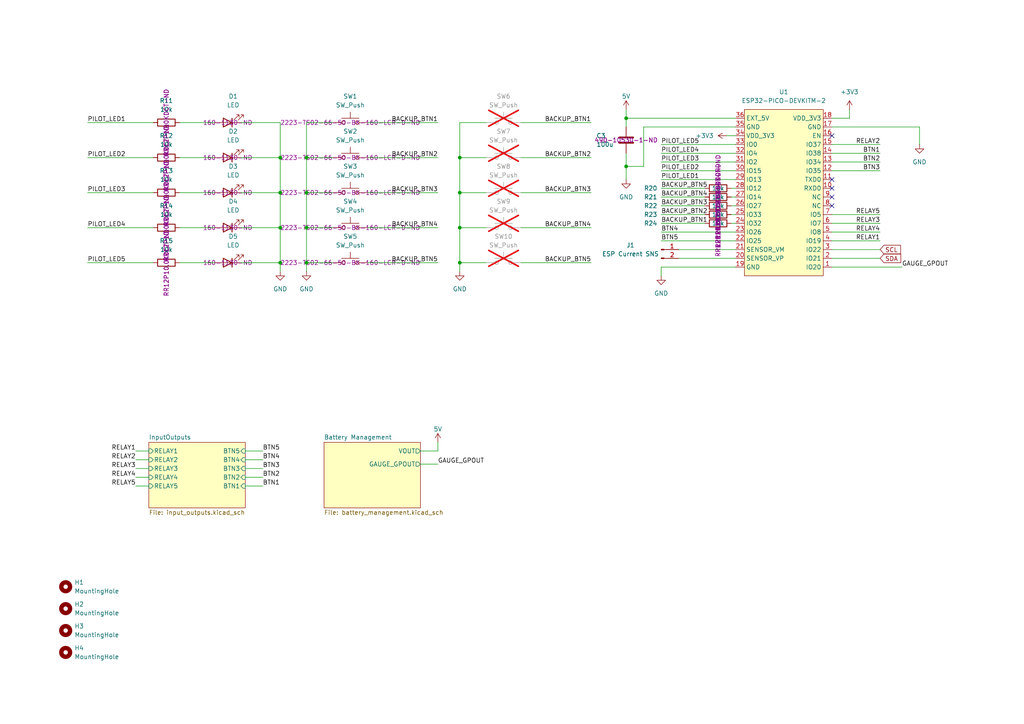
<source format=kicad_sch>
(kicad_sch (version 20250114) (generator "eeschema") (generator_version "9.0")
  (paper "A4")
  (title_block (title "AT-HUB-Recharged") (rev "Rev1"))
  (lib_symbols
    (symbol "AT_HUB_R2:ESP32-PICO-DEVKITM-2"
      (property "Reference" "U" (at 0 16.002 0))
      (property "Value" "ESP32-PICO-DEVKITM-2" (at 0 12.192 0))
      (symbol "ESP32-PICO-DEVKITM-2_1_1"
        (rectangle (start -11.43 10.16) (end 11.43 -38.1) (fill (type background)))
        (pin input line (at -13.97 7.62 0) (length 2.54) (name "IO20") (number "1"))
        (pin input line (at -13.97 5.08 0) (length 2.54) (name "IO21") (number "2"))
        (pin input line (at -13.97 2.54 0) (length 2.54) (name "IO22") (number "3"))
        (pin input line (at -13.97 0 0) (length 2.54) (name "IO19") (number "4"))
        (pin input line (at -13.97 -2.54 0) (length 2.54) (name "IO8") (number "5"))
        (pin input line (at -13.97 -5.08 0) (length 2.54) (name "IO7") (number "6"))
        (pin input line (at -13.97 -7.62 0) (length 2.54) (name "IO5") (number "7"))
        (pin input line (at -13.97 -10.16 0) (length 2.54) (name "NC") (number "8"))
        (pin input line (at -13.97 -12.7 0) (length 2.54) (name "NC") (number "9"))
        (pin input line (at -13.97 -15.24 0) (length 2.54) (name "RXD0") (number "10"))
        (pin input line (at -13.97 -17.78 0) (length 2.54) (name "TXD0") (number "11"))
        (pin input line (at -13.97 -20.32 0) (length 2.54) (name "IO35") (number "12"))
        (pin input line (at -13.97 -22.86 0) (length 2.54) (name "IO34") (number "13"))
        (pin input line (at -13.97 -25.4 0) (length 2.54) (name "IO38") (number "14"))
        (pin input line (at -13.97 -27.94 0) (length 2.54) (name "IO37") (number "15"))
        (pin input line (at -13.97 -30.48 0) (length 2.54) (name "EN") (number "16"))
        (pin input line (at -13.97 -33.02 0) (length 2.54) (name "GND") (number "17"))
        (pin input line (at -13.97 -35.56 0) (length 2.54) (name "VDD_3V3") (number "18"))
        (pin input line (at 13.97 7.62 180) (length 2.54) (name "GND") (number "19"))
        (pin input line (at 13.97 5.08 180) (length 2.54) (name "SENSOR_VP") (number "20"))
        (pin input line (at 13.97 2.54 180) (length 2.54) (name "SENSOR_VM") (number "21"))
        (pin input line (at 13.97 0 180) (length 2.54) (name "IO25") (number "22"))
        (pin input line (at 13.97 -2.54 180) (length 2.54) (name "IO26") (number "23"))
        (pin input line (at 13.97 -5.08 180) (length 2.54) (name "IO32") (number "24"))
        (pin input line (at 13.97 -7.62 180) (length 2.54) (name "IO33") (number "25"))
        (pin input line (at 13.97 -10.16 180) (length 2.54) (name "IO27") (number "26"))
        (pin input line (at 13.97 -12.7 180) (length 2.54) (name "IO14") (number "27"))
        (pin input line (at 13.97 -15.24 180) (length 2.54) (name "IO12") (number "28"))
        (pin input line (at 13.97 -17.78 180) (length 2.54) (name "IO13") (number "29"))
        (pin input line (at 13.97 -20.32 180) (length 2.54) (name "IO15") (number "30"))
        (pin input line (at 13.97 -22.86 180) (length 2.54) (name "IO2") (number "31"))
        (pin input line (at 13.97 -25.4 180) (length 2.54) (name "IO4") (number "32"))
        (pin input line (at 13.97 -27.94 180) (length 2.54) (name "IO0") (number "33"))
        (pin input line (at 13.97 -30.48 180) (length 2.54) (name "VDD_3V3") (number "34"))
        (pin input line (at 13.97 -33.02 180) (length 2.54) (name "GND") (number "35"))
        (pin input line (at 13.97 -35.56 180) (length 2.54) (name "EXT_5V") (number "36"))
      )
    )
    (symbol "AT_HUB_RECHARGED-altium-import:root_0_SSW-118-01-X-S_SSW-118-01-X-S.IntLib"
      (symbol "root_0_SSW-118-01-X-S_SSW-118-01-X-S.IntLib_1_0"
        (rectangle (start 5.08 22.86) (end -5.08 -25.4) (stroke (width 0) (color 128 0 0 1)) (fill (type background)))
        (pin passive line (at -10.16 20.32 0) (length 5.08) (name "GND") (number "GND"))
        (pin passive line (at -10.16 17.78 0) (length 5.08) (name "36") (number "36"))
        (pin passive line (at -10.16 15.24 0) (length 5.08) (name "39") (number "39"))
        (pin passive line (at -10.16 12.7 0) (length 5.08) (name "25") (number "25"))
        (pin passive line (at -10.16 10.16 0) (length 5.08) (name "26") (number "26"))
        (pin passive line (at -10.16 7.62 0) (length 5.08) (name "32") (number "32"))
        (pin passive line (at -10.16 5.08 0) (length 5.08) (name "33") (number "33"))
        (pin passive line (at -10.16 2.54 0) (length 5.08) (name "27") (number "27"))
        (pin passive line (at -10.16 0 0) (length 5.08) (name "14") (number "14"))
        (pin passive line (at -10.16 -2.54 0) (length 5.08) (name "12") (number "12"))
        (pin passive line (at -10.16 -5.08 0) (length 5.08) (name "13") (number "13"))
        (pin passive line (at -10.16 -7.62 0) (length 5.08) (name "15") (number "15"))
        (pin passive line (at -10.16 -10.16 0) (length 5.08) (name "2") (number "2"))
        (pin passive line (at -10.16 -12.7 0) (length 5.08) (name "4") (number "4"))
        (pin passive line (at -10.16 -15.24 0) (length 5.08) (name "0") (number "0"))
        (pin passive line (at -10.16 -17.78 0) (length 5.08) (name "3V+") (number "3V+"))
        (pin passive line (at -10.16 -20.32 0) (length 5.08) (name "GND") (number "GND"))
        (pin passive line (at -10.16 -22.86 0) (length 5.08) (name "VIN") (number "VIN"))
      )
    )
    (symbol "AT_HUB_RECHARGED-altium-import:root_0_mirrored_SSW-118-01-X-S_SSW-118-01-X-S.IntLib"
      (symbol "root_0_mirrored_SSW-118-01-X-S_SSW-118-01-X-S.IntLib_1_0"
        (rectangle (start 5.08 22.86) (end -5.08 -25.4) (stroke (width 0) (color 128 0 0 1)) (fill (type background)))
        (pin passive line (at 10.16 20.32 180) (length 5.08) (name "20") (number "20"))
        (pin passive line (at 10.16 17.78 180) (length 5.08) (name "21") (number "21"))
        (pin passive line (at 10.16 15.24 180) (length 5.08) (name "22") (number "22"))
        (pin passive line (at 10.16 12.7 180) (length 5.08) (name "19") (number "19"))
        (pin passive line (at 10.16 10.16 180) (length 5.08) (name "8") (number "8"))
        (pin passive line (at 10.16 7.62 180) (length 5.08) (name "7") (number "7"))
        (pin passive line (at 10.16 5.08 180) (length 5.08) (name "5") (number "5"))
        (pin passive line (at 10.16 2.54 180) (length 5.08) (name "NC") (number "NC"))
        (pin passive line (at 10.16 0 180) (length 5.08) (name "NC") (number "NC"))
        (pin passive line (at 10.16 -2.54 180) (length 5.08) (name "3") (number "3"))
        (pin passive line (at 10.16 -5.08 180) (length 5.08) (name "1") (number "1"))
        (pin passive line (at 10.16 -7.62 180) (length 5.08) (name "35") (number "35"))
        (pin passive line (at 10.16 -10.16 180) (length 5.08) (name "34") (number "34"))
        (pin passive line (at 10.16 -12.7 180) (length 5.08) (name "38") (number "38"))
        (pin passive line (at 10.16 -15.24 180) (length 5.08) (name "37") (number "37"))
        (pin passive line (at 10.16 -17.78 180) (length 5.08) (name "EN") (number "EN"))
        (pin passive line (at 10.16 -20.32 180) (length 5.08) (name "GND") (number "GND"))
        (pin passive line (at 10.16 -22.86 180) (length 5.08) (name "3V+") (number "3V+"))
      )
    )
    (symbol "Connector:Conn_01x02_Pin" (pin_names (offset 1.016) (hide yes))
      (property "Reference" "J" (at 0 2.54 0))
      (property "Value" "Conn_01x02_Pin" (at 0 -5.08 0))
      (symbol "Conn_01x02_Pin_1_1"
        (rectangle (start 0.8636 0.127) (end 0 -0.127) (stroke (width 0.1524)) (fill (type outline)))
        (rectangle (start 0.8636 -2.413) (end 0 -2.667) (stroke (width 0.1524)) (fill (type outline)))
        (polyline (pts (xy 1.27 0) (xy 0.8636 0)) (stroke (width 0.1524)))
        (polyline (pts (xy 1.27 -2.54) (xy 0.8636 -2.54)) (stroke (width 0.1524)))
        (pin passive line (at 5.08 0 180) (length 3.81) (name "Pin_1") (number "1"))
        (pin passive line (at 5.08 -2.54 180) (length 3.81) (name "Pin_2") (number "2"))
      )
    )
    (symbol "Device:C" (pin_numbers (hide yes)) (pin_names (offset 0.254))
      (property "Reference" "C" (at 0.635 2.54 0))
      (property "Value" "C" (at 0.635 -2.54 0))
      (symbol "C_0_1"
        (polyline (pts (xy -2.032 0.762) (xy 2.032 0.762)) (stroke (width 0.508)))
        (polyline (pts (xy -2.032 -0.762) (xy 2.032 -0.762)) (stroke (width 0.508)))
      )
      (symbol "C_1_1"
        (pin passive line (at 0 3.81 270) (length 2.794) (name "~") (number "1"))
        (pin passive line (at 0 -3.81 90) (length 2.794) (name "~") (number "2"))
      )
    )
    (symbol "Device:R" (pin_numbers (hide yes)) (pin_names (offset 0))
      (property "Reference" "R" (at 2.032 0 90))
      (property "Value" "R" (at 0 0 90))
      (symbol "R_0_1"
        (rectangle (start -1.016 -2.54) (end 1.016 2.54) (stroke (width 0.254)))
      )
      (symbol "R_1_1"
        (pin passive line (at 0 3.81 270) (length 1.27) (name "~") (number "1"))
        (pin passive line (at 0 -3.81 90) (length 1.27) (name "~") (number "2"))
      )
    )
    (symbol "Mechanical:MountingHole" (pin_names (offset 1.016)) (exclude_from_sim yes) (in_bom no)
      (property "Reference" "H" (at 0 5.08 0))
      (property "Value" "MountingHole" (at 0 3.175 0))
      (symbol "MountingHole_0_1"
        (circle (center 0 0) (radius 1.27) (stroke (width 1.27)))
      )
    )
    (symbol "SparkFun-LED:LED" (pin_numbers (hide yes)) (pin_names (offset 1.016) (hide yes))
      (property "Reference" "D" (at 0 2.54 0))
      (property "Value" "LED" (at 0 -2.54 0))
      (symbol "LED_0_1"
        (polyline (pts (xy -3.048 -0.762) (xy -4.572 -2.286) (xy -3.81 -2.286) (xy -4.572 -2.286) (xy -4.572 -1.524)))
        (polyline (pts (xy -1.778 -0.762) (xy -3.302 -2.286) (xy -2.54 -2.286) (xy -3.302 -2.286) (xy -3.302 -1.524)))
        (polyline (pts (xy -1.27 0) (xy 1.27 0)))
        (polyline (pts (xy -1.27 -1.27) (xy -1.27 1.27)) (stroke (width 0.254)))
        (polyline (pts (xy 1.27 -1.27) (xy 1.27 1.27) (xy -1.27 0) (xy 1.27 -1.27)) (stroke (width 0.254)))
      )
      (symbol "LED_1_1"
        (pin passive line (at -3.81 0 0) (length 2.54) (name "K") (number "1"))
        (pin passive line (at 3.81 0 180) (length 2.54) (name "A") (number "2"))
      )
    )
    (symbol "SparkFun-PowerSymbol:5V" (power) (pin_names (offset 0))
      (property "Value" "5V" (at 0 3.81 0))
      (symbol "5V_0_1"
        (polyline (pts (xy -0.762 1.27) (xy 0 2.54)))
        (polyline (pts (xy 0 2.54) (xy 0.762 1.27)))
        (polyline (pts (xy 0 0) (xy 0 2.54)))
      )
      (symbol "5V_1_1"
        (pin power_in line (at 0 0 90) (length 0) (hide yes) (name "5V") (number "1"))
      )
    )
    (symbol "Switch:SW_Push" (pin_numbers (hide yes)) (pin_names (offset 1.016) (hide yes))
      (property "Reference" "SW" (at 1.27 2.54 0))
      (property "Value" "SW_Push" (at 0 -1.524 0))
      (symbol "SW_Push_0_1"
        (circle (center -2.032 0) (radius 0.508))
        (polyline (pts (xy 0 1.27) (xy 0 3.048)))
        (circle (center 2.032 0) (radius 0.508))
        (polyline (pts (xy 2.54 1.27) (xy -2.54 1.27)))
        (pin passive line (at -5.08 0 0) (length 2.54) (name "1") (number "1"))
        (pin passive line (at 5.08 0 180) (length 2.54) (name "2") (number "2"))
      )
    )
    (symbol "power:+3V3" (power) (pin_numbers (hide yes)) (pin_names (offset 0) (hide yes))
      (property "Value" "+3V3" (at 0 3.556 0))
      (symbol "+3V3_0_1"
        (polyline (pts (xy -0.762 1.27) (xy 0 2.54)))
        (polyline (pts (xy 0 2.54) (xy 0.762 1.27)))
        (polyline (pts (xy 0 0) (xy 0 2.54)))
      )
      (symbol "+3V3_1_1"
        (pin power_in line (at 0 0 90) (length 0) (name "~") (number "1"))
      )
    )
    (symbol "power:GND" (power) (pin_numbers (hide yes)) (pin_names (offset 0) (hide yes))
      (property "Value" "GND" (at 0 -3.81 0))
      (symbol "GND_0_1"
        (polyline (pts (xy 0 0) (xy 0 -1.27) (xy 1.27 -1.27) (xy 0 -2.54) (xy -1.27 -1.27) (xy 0 -1.27)))
      )
      (symbol "GND_1_1"
        (pin power_in line (at 0 0 270) (length 0) (name "~") (number "1"))
      )
    )
  )
  (junction (at 88.9 55.88))
  (junction (at 88.9 45.72))
  (junction (at 133.35 55.88))
  (junction (at 81.28 76.2))
  (junction (at 81.28 66.04))
  (junction (at 81.28 55.88))
  (junction (at 133.35 66.04))
  (junction (at 81.28 45.72))
  (junction (at 88.9 66.04))
  (junction (at 133.35 76.2))
  (junction (at 133.35 45.72))
  (junction (at 181.61 48.26))
  (junction (at 88.9 76.2))
  (junction (at 181.61 34.29))
  (no_connect (at 241.3 54.61))
  (no_connect (at 241.3 39.37))
  (no_connect (at 241.3 59.69))
  (no_connect (at 241.3 57.15))
  (no_connect (at 241.3 52.07))
  (wire (pts (xy 213.36 64.77) (xy 212.09 64.77)))
  (wire (pts (xy 133.35 55.88) (xy 140.97 55.88)))
  (wire (pts (xy 204.47 57.15) (xy 191.77 57.15)))
  (wire (pts (xy 181.61 48.26) (xy 186.69 48.26)))
  (wire (pts (xy 246.38 31.75) (xy 246.38 34.29)))
  (wire (pts (xy 255.27 46.99) (xy 241.3 46.99)))
  (wire (pts (xy 191.77 69.85) (xy 213.36 69.85)))
  (wire (pts (xy 133.35 45.72) (xy 133.35 35.56)))
  (wire (pts (xy 88.9 66.04) (xy 96.52 66.04)))
  (wire (pts (xy 255.27 69.85) (xy 241.3 69.85)))
  (wire (pts (xy 81.28 66.04) (xy 81.28 76.2)))
  (wire (pts (xy 69.85 35.56) (xy 81.28 35.56)))
  (wire (pts (xy 212.09 54.61) (xy 213.36 54.61)))
  (wire (pts (xy 255.27 64.77) (xy 241.3 64.77)))
  (wire (pts (xy 52.07 76.2) (xy 62.23 76.2)))
  (wire (pts (xy 213.36 46.99) (xy 191.77 46.99)))
  (wire (pts (xy 81.28 35.56) (xy 81.28 45.72)))
  (wire (pts (xy 255.27 62.23) (xy 241.3 62.23)))
  (wire (pts (xy 39.37 130.81) (xy 43.18 130.81)))
  (wire (pts (xy 181.61 44.45) (xy 181.61 48.26)))
  (wire (pts (xy 76.2 135.89) (xy 71.12 135.89)))
  (wire (pts (xy 81.28 76.2) (xy 81.28 78.74)))
  (wire (pts (xy 106.68 45.72) (xy 127 45.72)))
  (wire (pts (xy 213.36 67.31) (xy 191.77 67.31)))
  (wire (pts (xy 133.35 35.56) (xy 140.97 35.56)))
  (wire (pts (xy 106.68 55.88) (xy 127 55.88)))
  (wire (pts (xy 213.36 52.07) (xy 191.77 52.07)))
  (wire (pts (xy 213.36 62.23) (xy 212.09 62.23)))
  (wire (pts (xy 196.85 72.39) (xy 213.36 72.39)))
  (wire (pts (xy 255.27 41.91) (xy 241.3 41.91)))
  (wire (pts (xy 88.9 55.88) (xy 88.9 45.72)))
  (wire (pts (xy 266.7 41.91) (xy 266.7 36.83)))
  (wire (pts (xy 88.9 76.2) (xy 88.9 66.04)))
  (wire (pts (xy 196.85 74.93) (xy 213.36 74.93)))
  (wire (pts (xy 191.77 54.61) (xy 204.47 54.61)))
  (wire (pts (xy 255.27 44.45) (xy 241.3 44.45)))
  (wire (pts (xy 88.9 55.88) (xy 96.52 55.88)))
  (wire (pts (xy 204.47 64.77) (xy 191.77 64.77)))
  (wire (pts (xy 121.92 130.81) (xy 127 130.81)))
  (wire (pts (xy 25.4 35.56) (xy 44.45 35.56)))
  (wire (pts (xy 213.36 41.91) (xy 191.77 41.91)))
  (wire (pts (xy 241.3 36.83) (xy 266.7 36.83)))
  (wire (pts (xy 210.82 39.37) (xy 213.36 39.37)))
  (wire (pts (xy 88.9 66.04) (xy 88.9 55.88)))
  (wire (pts (xy 52.07 45.72) (xy 62.23 45.72)))
  (wire (pts (xy 133.35 76.2) (xy 140.97 76.2)))
  (wire (pts (xy 106.68 66.04) (xy 127 66.04)))
  (wire (pts (xy 106.68 76.2) (xy 127 76.2)))
  (wire (pts (xy 191.77 44.45) (xy 213.36 44.45)))
  (wire (pts (xy 191.77 49.53) (xy 213.36 49.53)))
  (wire (pts (xy 133.35 78.74) (xy 133.35 76.2)))
  (wire (pts (xy 76.2 138.43) (xy 71.12 138.43)))
  (wire (pts (xy 191.77 59.69) (xy 204.47 59.69)))
  (wire (pts (xy 81.28 45.72) (xy 81.28 55.88)))
  (wire (pts (xy 181.61 34.29) (xy 181.61 36.83)))
  (wire (pts (xy 181.61 48.26) (xy 181.61 52.07)))
  (wire (pts (xy 69.85 76.2) (xy 81.28 76.2)))
  (wire (pts (xy 191.77 77.47) (xy 213.36 77.47)))
  (wire (pts (xy 151.13 55.88) (xy 171.45 55.88)))
  (wire (pts (xy 25.4 45.72) (xy 44.45 45.72)))
  (wire (pts (xy 39.37 135.89) (xy 43.18 135.89)))
  (wire (pts (xy 88.9 76.2) (xy 96.52 76.2)))
  (wire (pts (xy 88.9 35.56) (xy 96.52 35.56)))
  (wire (pts (xy 186.69 36.83) (xy 213.36 36.83)))
  (wire (pts (xy 39.37 140.97) (xy 43.18 140.97)))
  (wire (pts (xy 255.27 49.53) (xy 241.3 49.53)))
  (wire (pts (xy 39.37 138.43) (xy 43.18 138.43)))
  (wire (pts (xy 246.38 34.29) (xy 241.3 34.29)))
  (wire (pts (xy 204.47 62.23) (xy 191.77 62.23)))
  (wire (pts (xy 133.35 66.04) (xy 140.97 66.04)))
  (wire (pts (xy 81.28 55.88) (xy 81.28 66.04)))
  (wire (pts (xy 52.07 35.56) (xy 62.23 35.56)))
  (wire (pts (xy 127 134.62) (xy 121.92 134.62)))
  (wire (pts (xy 191.77 80.01) (xy 191.77 77.47)))
  (wire (pts (xy 25.4 66.04) (xy 44.45 66.04)))
  (wire (pts (xy 88.9 45.72) (xy 96.52 45.72)))
  (wire (pts (xy 69.85 45.72) (xy 81.28 45.72)))
  (wire (pts (xy 255.27 72.39) (xy 241.3 72.39)))
  (wire (pts (xy 88.9 78.74) (xy 88.9 76.2)))
  (wire (pts (xy 151.13 35.56) (xy 171.45 35.56)))
  (wire (pts (xy 76.2 130.81) (xy 71.12 130.81)))
  (wire (pts (xy 69.85 66.04) (xy 81.28 66.04)))
  (wire (pts (xy 151.13 45.72) (xy 171.45 45.72)))
  (wire (pts (xy 25.4 55.88) (xy 44.45 55.88)))
  (wire (pts (xy 69.85 55.88) (xy 81.28 55.88)))
  (wire (pts (xy 106.68 35.56) (xy 127 35.56)))
  (wire (pts (xy 261.62 77.47) (xy 241.3 77.47)))
  (wire (pts (xy 151.13 66.04) (xy 171.45 66.04)))
  (wire (pts (xy 151.13 76.2) (xy 171.45 76.2)))
  (wire (pts (xy 181.61 31.75) (xy 181.61 34.29)))
  (wire (pts (xy 181.61 34.29) (xy 213.36 34.29)))
  (wire (pts (xy 133.35 45.72) (xy 140.97 45.72)))
  (wire (pts (xy 186.69 48.26) (xy 186.69 36.83)))
  (wire (pts (xy 133.35 66.04) (xy 133.35 55.88)))
  (wire (pts (xy 241.3 74.93) (xy 255.27 74.93)))
  (wire (pts (xy 39.37 133.35) (xy 43.18 133.35)))
  (wire (pts (xy 127 128.27) (xy 127 130.81)))
  (wire (pts (xy 213.36 57.15) (xy 212.09 57.15)))
  (wire (pts (xy 76.2 140.97) (xy 71.12 140.97)))
  (wire (pts (xy 52.07 66.04) (xy 62.23 66.04)))
  (wire (pts (xy 212.09 59.69) (xy 213.36 59.69)))
  (wire (pts (xy 255.27 67.31) (xy 241.3 67.31)))
  (wire (pts (xy 76.2 133.35) (xy 71.12 133.35)))
  (wire (pts (xy 52.07 55.88) (xy 62.23 55.88)))
  (wire (pts (xy 133.35 55.88) (xy 133.35 45.72)))
  (wire (pts (xy 133.35 76.2) (xy 133.35 66.04)))
  (wire (pts (xy 25.4 76.2) (xy 44.45 76.2)))
  (wire (pts (xy 88.9 45.72) (xy 88.9 35.56)))
  (label "BACKUP_BTN3" (at 191.77 59.69 0))
  (label "BTN2" (at 255.27 46.99 180))
  (label "BACKUP_BTN1" (at 191.77 64.77 0))
  (label "BTN4" (at 191.77 67.31 0))
  (label "GAUGE_GPOUT" (at 261.62 77.47 0))
  (label "RELAY1" (at 255.27 69.85 180))
  (label "BACKUP_BTN1" (at 127 35.56 180))
  (label "BTN5" (at 76.2 130.81 0))
  (label "PILOT_LED4" (at 191.77 44.45 0))
  (label "BACKUP_BTN5" (at 191.77 54.61 0))
  (label "BACKUP_BTN5" (at 127 76.2 180))
  (label "PILOT_LED1" (at 191.77 52.07 0))
  (label "BTN1" (at 76.2 140.97 0))
  (label "PILOT_LED2" (at 25.4 45.72 0))
  (label "BTN5" (at 191.77 69.85 0))
  (label "PILOT_LED3" (at 25.4 55.88 0))
  (label "BACKUP_BTN4" (at 171.45 66.04 180))
  (label "BTN3" (at 76.2 135.89 0))
  (label "PILOT_LED3" (at 191.77 46.99 0))
  (label "PILOT_LED2" (at 191.77 49.53 0))
  (label "RELAY4" (at 39.37 138.43 180))
  (label "PILOT_LED1" (at 25.4 35.56 0))
  (label "BTN3" (at 255.27 49.53 180))
  (label "PILOT_LED5" (at 191.77 41.91 0))
  (label "RELAY2" (at 255.27 41.91 180))
  (label "BACKUP_BTN2" (at 127 45.72 180))
  (label "PILOT_LED4" (at 25.4 66.04 0))
  (label "BACKUP_BTN2" (at 191.77 62.23 0))
  (label "RELAY3" (at 255.27 64.77 180))
  (label "RELAY4" (at 255.27 67.31 180))
  (label "GAUGE_GPOUT" (at 127 134.62 0))
  (label "RELAY1" (at 39.37 130.81 180))
  (label "BACKUP_BTN2" (at 171.45 45.72 180))
  (label "BACKUP_BTN3" (at 171.45 55.88 180))
  (label "BTN4" (at 76.2 133.35 0))
  (label "RELAY5" (at 39.37 140.97 180))
  (label "RELAY5" (at 255.27 62.23 180))
  (label "BACKUP_BTN1" (at 171.45 35.56 180))
  (label "RELAY2" (at 39.37 133.35 180))
  (label "RELAY3" (at 39.37 135.89 180))
  (label "BACKUP_BTN3" (at 127 55.88 180))
  (label "BACKUP_BTN4" (at 191.77 57.15 0))
  (label "BACKUP_BTN5" (at 171.45 76.2 180))
  (label "BACKUP_BTN4" (at 127 66.04 180))
  (label "BTN2" (at 76.2 138.43 0))
  (label "PILOT_LED5" (at 25.4 76.2 0))
  (label "BTN1" (at 255.27 44.45 180))
  (global_label "SDA" (shape input) (at 255.27 74.93 0) (property "Intersheetrefs" "${INTERSHEET_REFS}" (effects (hide yes))))
  (global_label "SCL" (shape input) (at 255.27 72.39 0) (property "Intersheetrefs" "${INTERSHEET_REFS}" (effects (hide yes))))
  (symbol (lib_id "Mechanical:MountingHole") (at 19.05 176.53 0) (unit 1) (exclude_from_sim yes) (in_bom no)
    (property "Reference" "H2" (at 21.59 175.2599 0) (effects (justify left)))
    (property "Value" "MountingHole" (at 21.59 177.7999 0) (effects (justify left)))
    (property "Footprint" "MountingHole:MountingHole_3.2mm_M3_Pad_Via" (effects (hide yes)))
    (property "Description" "Mounting Hole without connection" (effects (hide yes)))
  )
  (symbol (lib_id "SparkFun-LED:LED") (at 66.04 76.2 180) (unit 1)
    (property "Reference" "D5" (at 67.6275 68.58 0))
    (property "Value" "LED" (at 67.6275 71.12 0))
    (property "Footprint" "LED_THT:LED_D5.0mm" (effects (hide yes)))
    (property "Description" "Light emitting diode" (effects (hide yes)))
    (property "PROD_ID" "LED-" (effects (hide yes)))
    (property "DK#" "160-1130-ND" (at 66.04 76.2 0))
  )
  (symbol (lib_id "SparkFun-PowerSymbol:5V") (at 181.61 31.75 0) (unit 1)
    (property "Reference" "#PWR07" (effects (hide yes)))
    (property "Value" "5V" (at 181.61 27.94 0))
    (property "Description" "Power symbol creates a global label with name \"5V\"" (effects (hide yes)))
  )
  (symbol (lib_id "Device:R") (at 48.26 66.04 90) (unit 1)
    (property "Reference" "R14" (at 48.26 59.69 90))
    (property "Value" "10k" (at 48.26 62.23 90))
    (property "Footprint" "Resistor_SMD:R_0805_2012Metric" (effects (hide yes)))
    (property "Description" "Resistor" (effects (hide yes)))
    (property "DK#" "RR12P10.0KDCT-ND" (at 48.26 66.04 0))
  )
  (symbol (lib_id "Device:R") (at 208.28 57.15 90) (unit 1)
    (property "Reference" "R21" (at 188.722 57.15 90))
    (property "Value" "10k" (at 208.28 57.15 90))
    (property "Footprint" "Resistor_SMD:R_0805_2012Metric" (effects (hide yes)))
    (property "Description" "Resistor" (effects (hide yes)))
    (property "DK#" "RR12P10.0KDCT-ND" (at 208.28 57.15 0))
  )
  (symbol (lib_id "Switch:SW_Push") (at 101.6 66.04 0) (unit 1)
    (property "Reference" "SW4" (at 101.6 58.42 0))
    (property "Value" "SW_Push" (at 101.6 60.96 0))
    (property "Footprint" "Button_Switch_THT:SW_PUSH_6mm" (effects (hide yes)))
    (property "Description" "Push button switch, generic, two pins" (effects (hide yes)))
    (property "DK#" "2223-TS02-66-50-BK-160-LCR-D-ND" (at 101.6 66.04 0))
  )
  (symbol (lib_id "power:+3V3") (at 246.38 31.75 0) (unit 1)
    (property "Reference" "#PWR011" (effects (hide yes)))
    (property "Value" "+3V3" (at 246.38 26.67 0))
    (property "Description" "Power symbol creates a global label with name \"+3V3\"" (effects (hide yes)))
  )
  (symbol (lib_id "Switch:SW_Push") (at 146.05 66.04 0) (unit 1) (dnp yes)
    (property "Reference" "SW9" (at 146.05 58.42 0))
    (property "Value" "SW_Push" (at 146.05 60.96 0))
    (property "Footprint" "AT_HUB_R2:SW_800AWSP9M2QE" (effects (hide yes)))
    (property "Description" "Push button switch, generic, two pins" (effects (hide yes)))
  )
  (symbol (lib_id "Device:C") (at 181.61 40.64 0) (unit 1)
    (property "Reference" "C3" (at 172.974 39.37 0) (effects (justify left)))
    (property "Value" "100u" (at 172.974 41.91 0) (effects (justify left)))
    (property "Footprint" "Capacitor_SMD:C_1210_3225Metric" (effects (hide yes)))
    (property "Description" "Unpolarized capacitor" (effects (hide yes)))
    (property "DK#" "490-10530-1-ND" (at 181.61 40.64 0))
  )
  (symbol (lib_id "AT_HUB_R2:ESP32-PICO-DEVKITM-2") (at 227.33 69.85 180) (unit 1)
    (property "Reference" "U1" (at 227.33 26.67 0))
    (property "Value" "ESP32-PICO-DEVKITM-2" (at 227.33 29.21 0))
    (property "Footprint" "AT_HUB_R2:XCVR_ESP32-PICO-KIT-V4.1" (effects (hide yes)))
    (property "Datasheet" "https://docs.espressif.com/projects/esp-dev-kits/en/latest/esp32/esp32-pico-devkitm-2/user_guide.html#contents-and-packaging" (effects (hide yes)))
  )
  (symbol (lib_id "Device:R") (at 208.28 54.61 90) (unit 1)
    (property "Reference" "R20" (at 188.722 54.61 90))
    (property "Value" "10k" (at 208.28 54.61 90))
    (property "Footprint" "Resistor_SMD:R_0805_2012Metric" (effects (hide yes)))
    (property "Description" "Resistor" (effects (hide yes)))
    (property "DK#" "RR12P10.0KDCT-ND" (at 208.28 54.61 0))
  )
  (symbol (lib_id "power:+3V3") (at 210.82 39.37 90) (unit 1)
    (property "Reference" "#PWR012" (effects (hide yes)))
    (property "Value" "+3V3" (at 207.01 39.3699 90) (effects (justify left)))
    (property "Description" "Power symbol creates a global label with name \"+3V3\"" (effects (hide yes)))
  )
  (symbol (lib_id "Switch:SW_Push") (at 146.05 35.56 0) (unit 1) (dnp yes)
    (property "Reference" "SW6" (at 146.05 27.94 0))
    (property "Value" "SW_Push" (at 146.05 30.48 0))
    (property "Footprint" "AT_HUB_R2:SW_800AWSP9M2QE" (effects (hide yes)))
    (property "Description" "Push button switch, generic, two pins" (effects (hide yes)))
  )
  (symbol (lib_id "Device:R") (at 48.26 35.56 90) (unit 1)
    (property "Reference" "R11" (at 48.26 29.21 90))
    (property "Value" "10k" (at 48.26 31.75 90))
    (property "Footprint" "Resistor_SMD:R_0805_2012Metric" (effects (hide yes)))
    (property "Description" "Resistor" (effects (hide yes)))
    (property "DK#" "RR12P10.0KDCT-ND" (at 48.26 35.56 0))
  )
  (symbol (lib_id "power:GND") (at 133.35 78.74 0) (unit 1)
    (property "Reference" "#PWR015" (effects (hide yes)))
    (property "Value" "GND" (at 133.35 83.82 0))
    (property "Description" "Power symbol creates a global label with name \"GND\" , ground" (effects (hide yes)))
  )
  (symbol (lib_id "Mechanical:MountingHole") (at 19.05 182.88 0) (unit 1) (exclude_from_sim yes) (in_bom no)
    (property "Reference" "H3" (at 21.59 181.6099 0) (effects (justify left)))
    (property "Value" "MountingHole" (at 21.59 184.1499 0) (effects (justify left)))
    (property "Footprint" "MountingHole:MountingHole_3.2mm_M3_Pad_Via" (effects (hide yes)))
    (property "Description" "Mounting Hole without connection" (effects (hide yes)))
  )
  (symbol (lib_id "SparkFun-LED:LED") (at 66.04 66.04 180) (unit 1)
    (property "Reference" "D4" (at 67.6275 58.42 0))
    (property "Value" "LED" (at 67.6275 60.96 0))
    (property "Footprint" "LED_THT:LED_D5.0mm" (effects (hide yes)))
    (property "Description" "Light emitting diode" (effects (hide yes)))
    (property "PROD_ID" "LED-" (effects (hide yes)))
    (property "DK#" "160-1130-ND" (at 66.04 66.04 0))
  )
  (symbol (lib_id "SparkFun-PowerSymbol:5V") (at 127 128.27 0) (unit 1)
    (property "Reference" "#PWR017" (effects (hide yes)))
    (property "Value" "5V" (at 127 124.46 0))
    (property "Description" "Power symbol creates a global label with name \"5V\"" (effects (hide yes)))
  )
  (symbol (lib_id "Device:R") (at 48.26 76.2 90) (unit 1)
    (property "Reference" "R15" (at 48.26 69.85 90))
    (property "Value" "10k" (at 48.26 72.39 90))
    (property "Footprint" "Resistor_SMD:R_0805_2012Metric" (effects (hide yes)))
    (property "Description" "Resistor" (effects (hide yes)))
    (property "DK#" "RR12P10.0KDCT-ND" (at 48.26 76.2 0))
  )
  (symbol (lib_id "Connector:Conn_01x02_Pin") (at 191.77 72.39 0) (unit 1)
    (property "Reference" "J1" (at 182.88 71.12 0))
    (property "Value" "ESP Current SNS" (at 182.88 73.66 0))
    (property "Footprint" "Connector_PinHeader_2.54mm:PinHeader_1x02_P2.54mm_Vertical" (effects (hide yes)))
    (property "Description" "Generic connector, single row, 01x02, script generated" (effects (hide yes)))
  )
  (symbol (lib_id "Device:R") (at 208.28 59.69 90) (unit 1)
    (property "Reference" "R22" (at 188.722 59.69 90))
    (property "Value" "10k" (at 208.28 59.69 90))
    (property "Footprint" "Resistor_SMD:R_0805_2012Metric" (effects (hide yes)))
    (property "Description" "Resistor" (effects (hide yes)))
    (property "DK#" "RR12P10.0KDCT-ND" (at 208.28 59.69 0))
  )
  (symbol (lib_id "power:GND") (at 88.9 78.74 0) (unit 1)
    (property "Reference" "#PWR014" (effects (hide yes)))
    (property "Value" "GND" (at 88.9 83.82 0))
    (property "Description" "Power symbol creates a global label with name \"GND\" , ground" (effects (hide yes)))
  )
  (symbol (lib_id "Switch:SW_Push") (at 101.6 76.2 0) (unit 1)
    (property "Reference" "SW5" (at 101.6 68.58 0))
    (property "Value" "SW_Push" (at 101.6 71.12 0))
    (property "Footprint" "Button_Switch_THT:SW_PUSH_6mm" (effects (hide yes)))
    (property "Description" "Push button switch, generic, two pins" (effects (hide yes)))
    (property "DK#" "2223-TS02-66-50-BK-160-LCR-D-ND" (at 101.6 76.2 0))
  )
  (symbol (lib_id "Mechanical:MountingHole") (at 19.05 170.18 0) (unit 1) (exclude_from_sim yes) (in_bom no)
    (property "Reference" "H1" (at 21.59 168.9099 0) (effects (justify left)))
    (property "Value" "MountingHole" (at 21.59 171.4499 0) (effects (justify left)))
    (property "Footprint" "MountingHole:MountingHole_3.2mm_M3_Pad_Via" (effects (hide yes)))
    (property "Description" "Mounting Hole without connection" (effects (hide yes)))
  )
  (symbol (lib_id "Switch:SW_Push") (at 146.05 76.2 0) (unit 1) (dnp yes)
    (property "Reference" "SW10" (at 146.05 68.58 0))
    (property "Value" "SW_Push" (at 146.05 71.12 0))
    (property "Footprint" "AT_HUB_R2:SW_800AWSP9M2QE" (effects (hide yes)))
    (property "Description" "Push button switch, generic, two pins" (effects (hide yes)))
  )
  (symbol (lib_id "SparkFun-LED:LED") (at 66.04 45.72 180) (unit 1)
    (property "Reference" "D2" (at 67.6275 38.1 0))
    (property "Value" "LED" (at 67.6275 40.64 0))
    (property "Footprint" "LED_THT:LED_D5.0mm" (effects (hide yes)))
    (property "Description" "Light emitting diode" (effects (hide yes)))
    (property "PROD_ID" "LED-" (effects (hide yes)))
    (property "DK#" "160-1130-ND" (at 66.04 45.72 0))
  )
  (symbol (lib_id "SparkFun-LED:LED") (at 66.04 55.88 180) (unit 1)
    (property "Reference" "D3" (at 67.6275 48.26 0))
    (property "Value" "LED" (at 67.6275 50.8 0))
    (property "Footprint" "LED_THT:LED_D5.0mm" (effects (hide yes)))
    (property "Description" "Light emitting diode" (effects (hide yes)))
    (property "PROD_ID" "LED-" (effects (hide yes)))
    (property "DK#" "160-1130-ND" (at 66.04 55.88 0))
  )
  (symbol (lib_id "Switch:SW_Push") (at 101.6 35.56 0) (unit 1)
    (property "Reference" "SW1" (at 101.6 27.94 0))
    (property "Value" "SW_Push" (at 101.6 30.48 0))
    (property "Footprint" "Button_Switch_THT:SW_PUSH_6mm" (effects (hide yes)))
    (property "Description" "Push button switch, generic, two pins" (effects (hide yes)))
    (property "DK#" "2223-TS02-66-50-BK-160-LCR-D-ND" (at 101.6 35.56 0))
  )
  (symbol (lib_id "Device:R") (at 48.26 45.72 90) (unit 1)
    (property "Reference" "R12" (at 48.26 39.37 90))
    (property "Value" "10k" (at 48.26 41.91 90))
    (property "Footprint" "Resistor_SMD:R_0805_2012Metric" (effects (hide yes)))
    (property "Description" "Resistor" (effects (hide yes)))
    (property "DK#" "RR12P10.0KDCT-ND" (at 48.26 45.72 0))
  )
  (symbol (lib_id "power:GND") (at 191.77 80.01 0) (unit 1)
    (property "Reference" "#PWR010" (effects (hide yes)))
    (property "Value" "GND" (at 191.77 85.09 0))
    (property "Description" "Power symbol creates a global label with name \"GND\" , ground" (effects (hide yes)))
  )
  (symbol (lib_id "SparkFun-LED:LED") (at 66.04 35.56 180) (unit 1)
    (property "Reference" "D1" (at 67.6275 27.94 0))
    (property "Value" "LED" (at 67.6275 30.48 0))
    (property "Footprint" "LED_THT:LED_D5.0mm" (effects (hide yes)))
    (property "Description" "Light emitting diode" (effects (hide yes)))
    (property "PROD_ID" "LED-" (effects (hide yes)))
    (property "DK#" "160-1130-ND" (at 66.04 35.56 0))
  )
  (symbol (lib_id "power:GND") (at 266.7 41.91 0) (unit 1)
    (property "Reference" "#PWR09" (effects (hide yes)))
    (property "Value" "GND" (at 266.7 46.99 0))
    (property "Description" "Power symbol creates a global label with name \"GND\" , ground" (effects (hide yes)))
  )
  (symbol (lib_id "Switch:SW_Push") (at 101.6 55.88 0) (unit 1)
    (property "Reference" "SW3" (at 101.6 48.26 0))
    (property "Value" "SW_Push" (at 101.6 50.8 0))
    (property "Footprint" "Button_Switch_THT:SW_PUSH_6mm" (effects (hide yes)))
    (property "Description" "Push button switch, generic, two pins" (effects (hide yes)))
    (property "DK#" "2223-TS02-66-50-BK-160-LCR-D-ND" (at 101.6 55.88 0))
  )
  (symbol (lib_id "Device:R") (at 208.28 64.77 90) (unit 1)
    (property "Reference" "R24" (at 188.722 64.77 90))
    (property "Value" "10k" (at 208.28 64.77 90))
    (property "Footprint" "Resistor_SMD:R_0805_2012Metric" (effects (hide yes)))
    (property "Description" "Resistor" (effects (hide yes)))
    (property "DK#" "RR12P10.0KDCT-ND" (at 208.28 64.77 0))
  )
  (symbol (lib_id "Switch:SW_Push") (at 146.05 55.88 0) (unit 1) (dnp yes)
    (property "Reference" "SW8" (at 146.05 48.26 0))
    (property "Value" "SW_Push" (at 146.05 50.8 0))
    (property "Footprint" "AT_HUB_R2:SW_800AWSP9M2QE" (effects (hide yes)))
    (property "Description" "Push button switch, generic, two pins" (effects (hide yes)))
  )
  (symbol (lib_id "Mechanical:MountingHole") (at 19.05 189.23 0) (unit 1) (exclude_from_sim yes) (in_bom no)
    (property "Reference" "H4" (at 21.59 187.9599 0) (effects (justify left)))
    (property "Value" "MountingHole" (at 21.59 190.4999 0) (effects (justify left)))
    (property "Footprint" "MountingHole:MountingHole_3.2mm_M3_Pad_Via" (effects (hide yes)))
    (property "Description" "Mounting Hole without connection" (effects (hide yes)))
  )
  (symbol (lib_id "Switch:SW_Push") (at 146.05 45.72 0) (unit 1) (dnp yes)
    (property "Reference" "SW7" (at 146.05 38.1 0))
    (property "Value" "SW_Push" (at 146.05 40.64 0))
    (property "Footprint" "AT_HUB_R2:SW_800AWSP9M2QE" (effects (hide yes)))
    (property "Description" "Push button switch, generic, two pins" (effects (hide yes)))
  )
  (symbol (lib_id "power:GND") (at 81.28 78.74 0) (unit 1)
    (property "Reference" "#PWR013" (effects (hide yes)))
    (property "Value" "GND" (at 81.28 83.82 0))
    (property "Description" "Power symbol creates a global label with name \"GND\" , ground" (effects (hide yes)))
  )
  (symbol (lib_id "Switch:SW_Push") (at 101.6 45.72 0) (unit 1)
    (property "Reference" "SW2" (at 101.6 38.1 0))
    (property "Value" "SW_Push" (at 101.6 40.64 0))
    (property "Footprint" "Button_Switch_THT:SW_PUSH_6mm" (effects (hide yes)))
    (property "Description" "Push button switch, generic, two pins" (effects (hide yes)))
    (property "DK#" "2223-TS02-66-50-BK-160-LCR-D-ND" (at 101.6 45.72 0))
  )
  (symbol (lib_id "Device:R") (at 208.28 62.23 90) (unit 1)
    (property "Reference" "R23" (at 188.722 62.23 90))
    (property "Value" "10k" (at 208.28 62.23 90))
    (property "Footprint" "Resistor_SMD:R_0805_2012Metric" (effects (hide yes)))
    (property "Description" "Resistor" (effects (hide yes)))
    (property "DK#" "RR12P10.0KDCT-ND" (at 208.28 62.23 0))
  )
  (symbol (lib_id "power:GND") (at 181.61 52.07 0) (unit 1)
    (property "Reference" "#PWR08" (effects (hide yes)))
    (property "Value" "GND" (at 181.61 57.15 0))
    (property "Description" "Power symbol creates a global label with name \"GND\" , ground" (effects (hide yes)))
  )
  (symbol (lib_id "Device:R") (at 48.26 55.88 90) (unit 1)
    (property "Reference" "R13" (at 48.26 49.53 90))
    (property "Value" "10k" (at 48.26 52.07 90))
    (property "Footprint" "Resistor_SMD:R_0805_2012Metric" (effects (hide yes)))
    (property "Description" "Resistor" (effects (hide yes)))
    (property "DK#" "RR12P10.0KDCT-ND" (at 48.26 55.88 0))
  )
  (sheet (at 93.98 128.27) (size 27.94 19.05) (stroke (width 0.1524)) (fill (color 255 255 194 1.0000))
    (property "Sheetname" "Battery Management" (at 93.98 127.5584 0) (effects (justify left bottom)))
    (property "Sheetfile" "battery_management.kicad_sch" (at 93.98 147.9046 0) (effects (justify left top)))
    (pin "VOUT" output (at 121.92 130.81 0))
    (pin "GAUGE_GPOUT" output (at 121.92 134.62 0))
  )
  (sheet (at 43.18 128.27) (size 27.94 19.05) (stroke (width 0.1524)) (fill (color 255 255 194 1.0000))
    (property "Sheetname" "InputOutputs" (at 43.18 127.5584 0) (effects (justify left bottom)))
    (property "Sheetfile" "input_outputs.kicad_sch" (at 43.18 147.9046 0) (effects (justify left top)))
    (pin "RELAY1" input (at 43.18 130.81 180))
    (pin "RELAY2" input (at 43.18 133.35 180))
    (pin "RELAY3" input (at 43.18 135.89 180))
    (pin "RELAY5" input (at 43.18 140.97 180))
    (pin "RELAY4" input (at 43.18 138.43 180))
    (pin "BTN4" input (at 71.12 133.35 0))
    (pin "BTN2" input (at 71.12 138.43 0))
    (pin "BTN3" input (at 71.12 135.89 0))
    (pin "BTN1" input (at 71.12 140.97 0))
    (pin "BTN5" input (at 71.12 130.81 0))
  )
)
</source>
